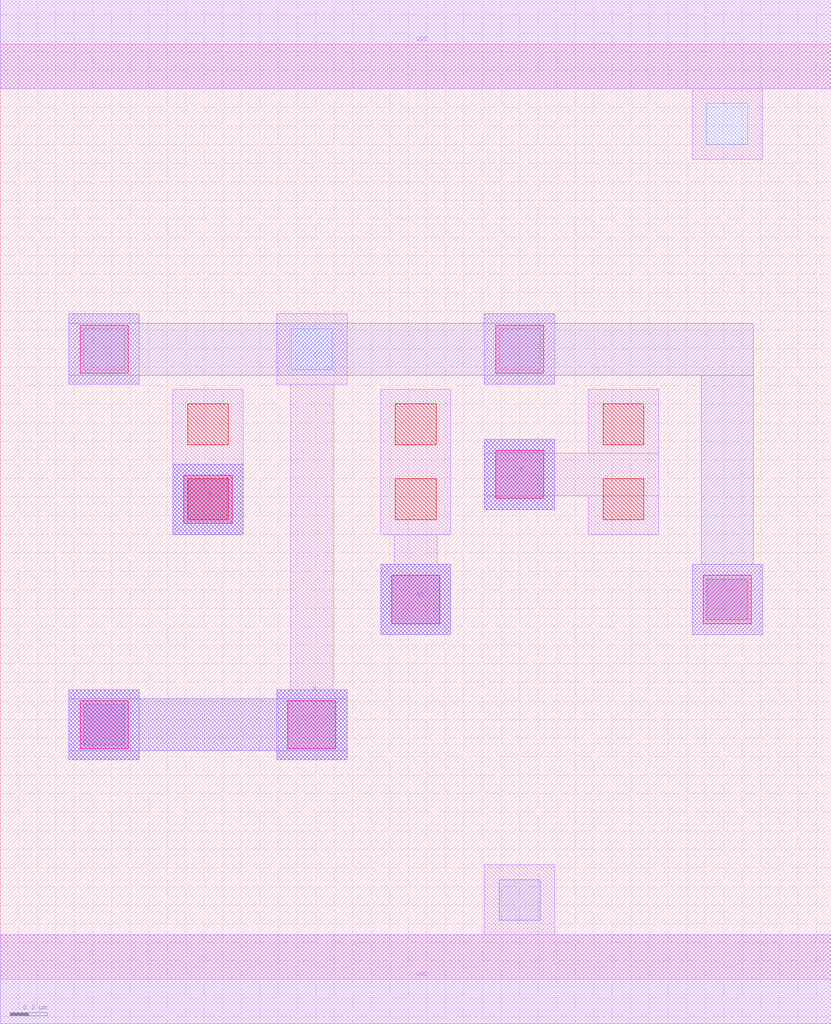
<source format=lef>
MACRO AOI21
 CLASS CORE ;
 FOREIGN AOI21 0 0 ;
 SIZE 4.48 BY 5.04 ;
 ORIGIN 0 0 ;
 SYMMETRY X Y R90 ;
 SITE unit ;
  PIN VDD
   DIRECTION INOUT ;
   USE POWER ;
   SHAPE ABUTMENT ;
    PORT
     CLASS CORE ;
       LAYER met1 ;
        RECT 0.00000000 4.80000000 4.48000000 5.28000000 ;
    END
  END VDD

  PIN GND
   DIRECTION INOUT ;
   USE POWER ;
   SHAPE ABUTMENT ;
    PORT
     CLASS CORE ;
       LAYER met1 ;
        RECT 0.00000000 -0.24000000 4.48000000 0.24000000 ;
    END
  END GND

  PIN Y
   DIRECTION INOUT ;
   USE SIGNAL ;
   SHAPE ABUTMENT ;
    PORT
     CLASS CORE ;
       LAYER met2 ;
        RECT 0.37000000 1.18200000 0.75000000 1.23200000 ;
        RECT 1.49000000 1.18200000 1.87000000 1.23200000 ;
        RECT 0.37000000 1.23200000 1.87000000 1.51200000 ;
        RECT 0.37000000 1.51200000 0.75000000 1.56200000 ;
        RECT 1.49000000 1.51200000 1.87000000 1.56200000 ;
    END
  END Y

  PIN A
   DIRECTION INOUT ;
   USE SIGNAL ;
   SHAPE ABUTMENT ;
    PORT
     CLASS CORE ;
       LAYER met2 ;
        RECT 0.93000000 2.39700000 1.31000000 2.77700000 ;
    END
  END A

  PIN B
   DIRECTION INOUT ;
   USE SIGNAL ;
   SHAPE ABUTMENT ;
    PORT
     CLASS CORE ;
       LAYER met2 ;
        RECT 2.61000000 2.53200000 2.99000000 2.91200000 ;
    END
  END B

  PIN A1
   DIRECTION INOUT ;
   USE SIGNAL ;
   SHAPE ABUTMENT ;
    PORT
     CLASS CORE ;
       LAYER met2 ;
        RECT 2.05000000 1.85700000 2.43000000 2.23700000 ;
    END
  END A1

 OBS
    LAYER polycont ;
     RECT 1.01000000 2.47700000 1.23000000 2.69700000 ;
     RECT 2.13000000 2.47700000 2.35000000 2.69700000 ;
     RECT 3.25000000 2.47700000 3.47000000 2.69700000 ;
     RECT 1.01000000 2.88200000 1.23000000 3.10200000 ;
     RECT 2.13000000 2.88200000 2.35000000 3.10200000 ;
     RECT 3.25000000 2.88200000 3.47000000 3.10200000 ;

    LAYER pdiffc ;
     RECT 0.45000000 3.28700000 0.67000000 3.50700000 ;
     RECT 1.57000000 3.28700000 1.79000000 3.50700000 ;
     RECT 2.69000000 3.28700000 2.91000000 3.50700000 ;
     RECT 3.81000000 4.50200000 4.03000000 4.72200000 ;

    LAYER ndiffc ;
     RECT 2.69000000 0.31700000 2.91000000 0.53700000 ;
     RECT 0.45000000 1.26200000 0.67000000 1.48200000 ;
     RECT 3.81000000 1.93700000 4.03000000 2.15700000 ;

    LAYER met1 ;
     RECT 0.00000000 -0.24000000 4.48000000 0.24000000 ;
     RECT 2.61000000 0.24000000 2.99000000 0.61700000 ;
     RECT 0.37000000 1.18200000 0.75000000 1.56200000 ;
     RECT 3.73000000 1.85700000 4.11000000 2.23700000 ;
     RECT 0.93000000 2.39700000 1.31000000 3.18200000 ;
     RECT 2.05000000 1.85700000 2.43000000 2.23700000 ;
     RECT 2.12500000 2.23700000 2.35500000 2.39700000 ;
     RECT 2.05000000 2.39700000 2.43000000 3.18200000 ;
     RECT 2.61000000 2.53200000 2.99000000 2.60700000 ;
     RECT 3.17000000 2.39700000 3.55000000 2.60700000 ;
     RECT 2.61000000 2.60700000 3.55000000 2.83700000 ;
     RECT 2.61000000 2.83700000 2.99000000 2.91200000 ;
     RECT 3.17000000 2.83700000 3.55000000 3.18200000 ;
     RECT 0.37000000 3.20700000 0.75000000 3.58700000 ;
     RECT 1.49000000 1.18200000 1.87000000 1.56200000 ;
     RECT 1.56500000 1.56200000 1.79500000 3.20700000 ;
     RECT 1.49000000 3.20700000 1.87000000 3.58700000 ;
     RECT 2.61000000 3.20700000 2.99000000 3.58700000 ;
     RECT 3.73000000 4.42200000 4.11000000 4.80000000 ;
     RECT 0.00000000 4.80000000 4.48000000 5.28000000 ;

    LAYER via1 ;
     RECT 0.43000000 1.24200000 0.69000000 1.50200000 ;
     RECT 1.55000000 1.24200000 1.81000000 1.50200000 ;
     RECT 2.11000000 1.91700000 2.37000000 2.17700000 ;
     RECT 3.79000000 1.91700000 4.05000000 2.17700000 ;
     RECT 0.99000000 2.45700000 1.25000000 2.71700000 ;
     RECT 2.67000000 2.59200000 2.93000000 2.85200000 ;
     RECT 0.43000000 3.26700000 0.69000000 3.52700000 ;
     RECT 2.67000000 3.26700000 2.93000000 3.52700000 ;

    LAYER met2 ;
     RECT 0.37000000 1.18200000 0.75000000 1.23200000 ;
     RECT 1.49000000 1.18200000 1.87000000 1.23200000 ;
     RECT 0.37000000 1.23200000 1.87000000 1.51200000 ;
     RECT 0.37000000 1.51200000 0.75000000 1.56200000 ;
     RECT 1.49000000 1.51200000 1.87000000 1.56200000 ;
     RECT 2.05000000 1.85700000 2.43000000 2.23700000 ;
     RECT 0.93000000 2.39700000 1.31000000 2.77700000 ;
     RECT 2.61000000 2.53200000 2.99000000 2.91200000 ;
     RECT 3.73000000 1.85700000 4.11000000 2.23700000 ;
     RECT 0.37000000 3.20700000 0.75000000 3.25700000 ;
     RECT 2.61000000 3.20700000 2.99000000 3.25700000 ;
     RECT 3.78000000 2.23700000 4.06000000 3.25700000 ;
     RECT 0.37000000 3.25700000 4.06000000 3.53700000 ;
     RECT 0.37000000 3.53700000 0.75000000 3.58700000 ;
     RECT 2.61000000 3.53700000 2.99000000 3.58700000 ;

 END
END AOI21

</source>
